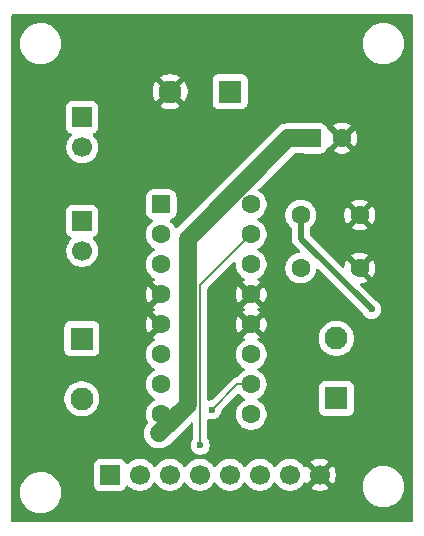
<source format=gbr>
%TF.GenerationSoftware,KiCad,Pcbnew,9.0.4*%
%TF.CreationDate,2025-11-08T17:36:02+05:30*%
%TF.ProjectId,MOTOR_DRIVER,4d4f544f-525f-4445-9249-5645522e6b69,rev?*%
%TF.SameCoordinates,Original*%
%TF.FileFunction,Copper,L2,Bot*%
%TF.FilePolarity,Positive*%
%FSLAX46Y46*%
G04 Gerber Fmt 4.6, Leading zero omitted, Abs format (unit mm)*
G04 Created by KiCad (PCBNEW 9.0.4) date 2025-11-08 17:36:02*
%MOMM*%
%LPD*%
G01*
G04 APERTURE LIST*
G04 Aperture macros list*
%AMRoundRect*
0 Rectangle with rounded corners*
0 $1 Rounding radius*
0 $2 $3 $4 $5 $6 $7 $8 $9 X,Y pos of 4 corners*
0 Add a 4 corners polygon primitive as box body*
4,1,4,$2,$3,$4,$5,$6,$7,$8,$9,$2,$3,0*
0 Add four circle primitives for the rounded corners*
1,1,$1+$1,$2,$3*
1,1,$1+$1,$4,$5*
1,1,$1+$1,$6,$7*
1,1,$1+$1,$8,$9*
0 Add four rect primitives between the rounded corners*
20,1,$1+$1,$2,$3,$4,$5,0*
20,1,$1+$1,$4,$5,$6,$7,0*
20,1,$1+$1,$6,$7,$8,$9,0*
20,1,$1+$1,$8,$9,$2,$3,0*%
G04 Aperture macros list end*
%TA.AperFunction,ComponentPad*%
%ADD10R,1.950000X1.950000*%
%TD*%
%TA.AperFunction,ComponentPad*%
%ADD11C,1.950000*%
%TD*%
%TA.AperFunction,ComponentPad*%
%ADD12C,1.600000*%
%TD*%
%TA.AperFunction,ComponentPad*%
%ADD13R,1.700000X1.700000*%
%TD*%
%TA.AperFunction,ComponentPad*%
%ADD14C,1.700000*%
%TD*%
%TA.AperFunction,ComponentPad*%
%ADD15RoundRect,0.250000X-0.550000X-0.550000X0.550000X-0.550000X0.550000X0.550000X-0.550000X0.550000X0*%
%TD*%
%TA.AperFunction,ViaPad*%
%ADD16C,0.600000*%
%TD*%
%TA.AperFunction,Conductor*%
%ADD17C,0.508000*%
%TD*%
%TA.AperFunction,Conductor*%
%ADD18C,1.524000*%
%TD*%
%TA.AperFunction,Conductor*%
%ADD19C,0.200000*%
%TD*%
G04 APERTURE END LIST*
D10*
%TO.P,J2,1,Pin_1*%
%TO.N,/+V*%
X159027500Y-79050000D03*
D11*
%TO.P,J2,2,Pin_2*%
%TO.N,GND*%
X153947500Y-79050000D03*
%TD*%
D12*
%TO.P,C1,1*%
%TO.N,VCC*%
X165000000Y-89500000D03*
%TO.P,C1,2*%
%TO.N,GND*%
X170000000Y-89500000D03*
%TD*%
D13*
%TO.P,J3,1,Pin_1*%
%TO.N,/EN1*%
X146500000Y-90000000D03*
D14*
%TO.P,J3,2,Pin_2*%
%TO.N,VCC*%
X146500000Y-92540000D03*
%TD*%
D15*
%TO.P,U1,1,EN1\u002C2*%
%TO.N,/EN1*%
X153195000Y-88610000D03*
D12*
%TO.P,U1,2,1A*%
%TO.N,/IN1*%
X153195000Y-91150000D03*
%TO.P,U1,3,1Y*%
%TO.N,/OUT1*%
X153195000Y-93690000D03*
%TO.P,U1,4,GND*%
%TO.N,GND*%
X153195000Y-96230000D03*
%TO.P,U1,5,GND*%
X153195000Y-98770000D03*
%TO.P,U1,6,2Y*%
%TO.N,/OUT2*%
X153195000Y-101310000D03*
%TO.P,U1,7,2A*%
%TO.N,/IN2*%
X153195000Y-103850000D03*
%TO.P,U1,8,VCC2*%
%TO.N,/+V*%
X153195000Y-106390000D03*
%TO.P,U1,9,EN3\u002C4*%
%TO.N,/EN2*%
X160815000Y-106390000D03*
%TO.P,U1,10,3A*%
%TO.N,/IN3*%
X160815000Y-103850000D03*
%TO.P,U1,11,3Y*%
%TO.N,/OUT3*%
X160815000Y-101310000D03*
%TO.P,U1,12,GND*%
%TO.N,GND*%
X160815000Y-98770000D03*
%TO.P,U1,13,GND*%
X160815000Y-96230000D03*
%TO.P,U1,14,4Y*%
%TO.N,/OUT4*%
X160815000Y-93690000D03*
%TO.P,U1,15,4A*%
%TO.N,/IN4*%
X160815000Y-91150000D03*
%TO.P,U1,16,VCC1*%
%TO.N,VCC*%
X160815000Y-88610000D03*
%TD*%
D15*
%TO.P,C2,1*%
%TO.N,/+V*%
X166000000Y-83000000D03*
D12*
%TO.P,C2,2*%
%TO.N,GND*%
X168500000Y-83000000D03*
%TD*%
D13*
%TO.P,J1,1,Pin_1*%
%TO.N,/IN1*%
X148840000Y-111500000D03*
D14*
%TO.P,J1,2,Pin_2*%
%TO.N,/IN2*%
X151380000Y-111500000D03*
%TO.P,J1,3,Pin_3*%
%TO.N,/IN3*%
X153920000Y-111500000D03*
%TO.P,J1,4,Pin_4*%
%TO.N,/IN4*%
X156460000Y-111500000D03*
%TO.P,J1,5,Pin_5*%
%TO.N,/EN1*%
X159000000Y-111500000D03*
%TO.P,J1,6,Pin_6*%
%TO.N,/EN2*%
X161540000Y-111500000D03*
%TO.P,J1,7,Pin_7*%
%TO.N,VCC*%
X164080000Y-111500000D03*
%TO.P,J1,8,Pin_8*%
%TO.N,GND*%
X166620000Y-111500000D03*
%TD*%
D12*
%TO.P,C3,1*%
%TO.N,/+V*%
X165000000Y-94000000D03*
%TO.P,C3,2*%
%TO.N,GND*%
X170000000Y-94000000D03*
%TD*%
D10*
%TO.P,J6,1,Pin_1*%
%TO.N,/OUT3*%
X168025000Y-105027500D03*
D11*
%TO.P,J6,2,Pin_2*%
%TO.N,/OUT4*%
X168025000Y-99947500D03*
%TD*%
D13*
%TO.P,J4,1,Pin_1*%
%TO.N,/EN2*%
X146500000Y-81225000D03*
D14*
%TO.P,J4,2,Pin_2*%
%TO.N,VCC*%
X146500000Y-83765000D03*
%TD*%
D10*
%TO.P,J5,1,Pin_1*%
%TO.N,/OUT1*%
X146475000Y-99972500D03*
D11*
%TO.P,J5,2,Pin_2*%
%TO.N,/OUT2*%
X146475000Y-105052500D03*
%TD*%
D16*
%TO.N,VCC*%
X171000000Y-97500000D03*
%TO.N,GND*%
X154500000Y-81500000D03*
%TO.N,/+V*%
X153000000Y-108000000D03*
%TO.N,/IN4*%
X156500000Y-109000000D03*
%TO.N,/IN3*%
X157500000Y-106000000D03*
%TD*%
D17*
%TO.N,VCC*%
X165000000Y-91500000D02*
X165000000Y-89500000D01*
X171000000Y-97500000D02*
X165000000Y-91500000D01*
%TO.N,GND*%
X150500000Y-93535000D02*
X153195000Y-96230000D01*
X154500000Y-81500000D02*
X150500000Y-85500000D01*
X150500000Y-85500000D02*
X150500000Y-93535000D01*
D18*
%TO.N,/+V*%
X163931741Y-83000000D02*
X166000000Y-83000000D01*
X155437000Y-91494741D02*
X163931741Y-83000000D01*
X155437000Y-105563000D02*
X155437000Y-91494741D01*
X153000000Y-108000000D02*
X155437000Y-105563000D01*
D19*
%TO.N,/IN4*%
X156500000Y-109000000D02*
X156500000Y-95465000D01*
X156500000Y-95465000D02*
X160815000Y-91150000D01*
%TO.N,/IN3*%
X157500000Y-106000000D02*
X159650000Y-103850000D01*
X159650000Y-103850000D02*
X160815000Y-103850000D01*
%TD*%
%TA.AperFunction,Conductor*%
%TO.N,GND*%
G36*
X159433834Y-93482915D02*
G01*
X159489767Y-93524787D01*
X159514184Y-93590251D01*
X159514500Y-93599097D01*
X159514500Y-93792351D01*
X159546522Y-93994534D01*
X159609781Y-94189223D01*
X159702715Y-94371613D01*
X159823028Y-94537213D01*
X159967786Y-94681971D01*
X160133385Y-94802284D01*
X160133387Y-94802285D01*
X160133390Y-94802287D01*
X160221574Y-94847219D01*
X160226630Y-94849795D01*
X160277426Y-94897770D01*
X160294221Y-94965591D01*
X160271684Y-95031725D01*
X160226630Y-95070765D01*
X160133644Y-95118143D01*
X160089077Y-95150523D01*
X160089077Y-95150524D01*
X160768554Y-95830000D01*
X160762339Y-95830000D01*
X160660606Y-95857259D01*
X160569394Y-95909920D01*
X160494920Y-95984394D01*
X160442259Y-96075606D01*
X160415000Y-96177339D01*
X160415000Y-96183553D01*
X159735524Y-95504077D01*
X159735523Y-95504077D01*
X159703143Y-95548644D01*
X159610244Y-95730968D01*
X159547009Y-95925582D01*
X159515000Y-96127682D01*
X159515000Y-96332317D01*
X159547009Y-96534417D01*
X159610244Y-96729031D01*
X159703141Y-96911350D01*
X159703147Y-96911359D01*
X159735523Y-96955921D01*
X159735524Y-96955922D01*
X160415000Y-96276446D01*
X160415000Y-96282661D01*
X160442259Y-96384394D01*
X160494920Y-96475606D01*
X160569394Y-96550080D01*
X160660606Y-96602741D01*
X160762339Y-96630000D01*
X160768553Y-96630000D01*
X160089076Y-97309474D01*
X160133650Y-97341859D01*
X160227180Y-97389515D01*
X160277976Y-97437489D01*
X160294771Y-97505310D01*
X160272234Y-97571445D01*
X160227180Y-97610485D01*
X160133644Y-97658143D01*
X160089077Y-97690523D01*
X160089077Y-97690524D01*
X160768554Y-98370000D01*
X160762339Y-98370000D01*
X160660606Y-98397259D01*
X160569394Y-98449920D01*
X160494920Y-98524394D01*
X160442259Y-98615606D01*
X160415000Y-98717339D01*
X160415000Y-98723553D01*
X159735524Y-98044077D01*
X159735523Y-98044077D01*
X159703143Y-98088644D01*
X159610244Y-98270968D01*
X159547009Y-98465582D01*
X159515000Y-98667682D01*
X159515000Y-98872317D01*
X159547009Y-99074417D01*
X159610244Y-99269031D01*
X159703141Y-99451350D01*
X159703147Y-99451359D01*
X159735523Y-99495921D01*
X159735524Y-99495922D01*
X160415000Y-98816446D01*
X160415000Y-98822661D01*
X160442259Y-98924394D01*
X160494920Y-99015606D01*
X160569394Y-99090080D01*
X160660606Y-99142741D01*
X160762339Y-99170000D01*
X160768553Y-99170000D01*
X160089076Y-99849474D01*
X160133652Y-99881861D01*
X160226628Y-99929234D01*
X160277425Y-99977208D01*
X160294220Y-100045029D01*
X160271683Y-100111164D01*
X160226630Y-100150203D01*
X160133388Y-100197713D01*
X159967786Y-100318028D01*
X159823028Y-100462786D01*
X159702715Y-100628386D01*
X159609781Y-100810776D01*
X159546522Y-101005465D01*
X159514500Y-101207648D01*
X159514500Y-101412351D01*
X159546522Y-101614534D01*
X159609781Y-101809223D01*
X159702715Y-101991613D01*
X159823028Y-102157213D01*
X159967786Y-102301971D01*
X160122749Y-102414556D01*
X160133390Y-102422287D01*
X160224840Y-102468883D01*
X160226080Y-102469515D01*
X160276876Y-102517490D01*
X160293671Y-102585311D01*
X160271134Y-102651446D01*
X160226080Y-102690485D01*
X160133386Y-102737715D01*
X159967786Y-102858028D01*
X159823028Y-103002786D01*
X159702715Y-103168385D01*
X159695883Y-103181795D01*
X159647909Y-103232591D01*
X159585398Y-103249500D01*
X159570943Y-103249500D01*
X159418215Y-103290423D01*
X159418214Y-103290423D01*
X159418212Y-103290424D01*
X159418209Y-103290425D01*
X159368096Y-103319359D01*
X159368095Y-103319360D01*
X159324689Y-103344420D01*
X159281285Y-103369479D01*
X159281282Y-103369481D01*
X157485339Y-105165425D01*
X157469111Y-105174285D01*
X157455897Y-105187216D01*
X157425714Y-105197982D01*
X157424016Y-105198910D01*
X157422696Y-105199190D01*
X157421192Y-105199500D01*
X157421158Y-105199500D01*
X157266503Y-105230263D01*
X157261074Y-105232511D01*
X157249538Y-105234890D01*
X157225772Y-105232930D01*
X157202056Y-105235396D01*
X157191591Y-105230111D01*
X157179905Y-105229148D01*
X157160969Y-105214648D01*
X157139687Y-105203902D01*
X157133740Y-105193799D01*
X157124430Y-105186670D01*
X157116340Y-105164237D01*
X157104245Y-105143689D01*
X157101795Y-105123906D01*
X157100727Y-105120944D01*
X157101182Y-105118955D01*
X157100500Y-105113444D01*
X157100500Y-95765097D01*
X157120185Y-95698058D01*
X157136819Y-95677416D01*
X159302819Y-93511416D01*
X159364142Y-93477931D01*
X159433834Y-93482915D01*
G37*
%TD.AperFunction*%
%TA.AperFunction,Conductor*%
G36*
X174442539Y-72520185D02*
G01*
X174488294Y-72572989D01*
X174499500Y-72624500D01*
X174499500Y-115375500D01*
X174479815Y-115442539D01*
X174427011Y-115488294D01*
X174375500Y-115499500D01*
X140624500Y-115499500D01*
X140557461Y-115479815D01*
X140511706Y-115427011D01*
X140500500Y-115375500D01*
X140500500Y-112885258D01*
X141249500Y-112885258D01*
X141249500Y-113114741D01*
X141270715Y-113275876D01*
X141279452Y-113342238D01*
X141338842Y-113563887D01*
X141426650Y-113775876D01*
X141426657Y-113775890D01*
X141541392Y-113974617D01*
X141681081Y-114156661D01*
X141681089Y-114156670D01*
X141843330Y-114318911D01*
X141843338Y-114318918D01*
X142025382Y-114458607D01*
X142025385Y-114458608D01*
X142025388Y-114458611D01*
X142224112Y-114573344D01*
X142224117Y-114573346D01*
X142224123Y-114573349D01*
X142315480Y-114611190D01*
X142436113Y-114661158D01*
X142657762Y-114720548D01*
X142885266Y-114750500D01*
X142885273Y-114750500D01*
X143114727Y-114750500D01*
X143114734Y-114750500D01*
X143342238Y-114720548D01*
X143563887Y-114661158D01*
X143775888Y-114573344D01*
X143974612Y-114458611D01*
X144156661Y-114318919D01*
X144156665Y-114318914D01*
X144156670Y-114318911D01*
X144318911Y-114156670D01*
X144318914Y-114156665D01*
X144318919Y-114156661D01*
X144458611Y-113974612D01*
X144573344Y-113775888D01*
X144661158Y-113563887D01*
X144720548Y-113342238D01*
X144750500Y-113114734D01*
X144750500Y-112885266D01*
X144720548Y-112657762D01*
X144661158Y-112436113D01*
X144573344Y-112224112D01*
X144458611Y-112025388D01*
X144458608Y-112025385D01*
X144458607Y-112025382D01*
X144318918Y-111843338D01*
X144318911Y-111843330D01*
X144156670Y-111681089D01*
X144156661Y-111681081D01*
X143974617Y-111541392D01*
X143775890Y-111426657D01*
X143775876Y-111426650D01*
X143563887Y-111338842D01*
X143342238Y-111279452D01*
X143304215Y-111274446D01*
X143114741Y-111249500D01*
X143114734Y-111249500D01*
X142885266Y-111249500D01*
X142885258Y-111249500D01*
X142668715Y-111278009D01*
X142657762Y-111279452D01*
X142564076Y-111304554D01*
X142436112Y-111338842D01*
X142224123Y-111426650D01*
X142224109Y-111426657D01*
X142025382Y-111541392D01*
X141843338Y-111681081D01*
X141681081Y-111843338D01*
X141541392Y-112025382D01*
X141426657Y-112224109D01*
X141426650Y-112224123D01*
X141354680Y-112397876D01*
X141338842Y-112436113D01*
X141280179Y-112655051D01*
X141279453Y-112657759D01*
X141279451Y-112657770D01*
X141249500Y-112885258D01*
X140500500Y-112885258D01*
X140500500Y-110602135D01*
X147489500Y-110602135D01*
X147489500Y-112397870D01*
X147489501Y-112397876D01*
X147495908Y-112457483D01*
X147546202Y-112592328D01*
X147546206Y-112592335D01*
X147632452Y-112707544D01*
X147632455Y-112707547D01*
X147747664Y-112793793D01*
X147747671Y-112793797D01*
X147882517Y-112844091D01*
X147882516Y-112844091D01*
X147889444Y-112844835D01*
X147942127Y-112850500D01*
X149737872Y-112850499D01*
X149797483Y-112844091D01*
X149932331Y-112793796D01*
X150047546Y-112707546D01*
X150133796Y-112592331D01*
X150182810Y-112460916D01*
X150224681Y-112404984D01*
X150290145Y-112380566D01*
X150358418Y-112395417D01*
X150386673Y-112416569D01*
X150500213Y-112530109D01*
X150672179Y-112655048D01*
X150672181Y-112655049D01*
X150672184Y-112655051D01*
X150861588Y-112751557D01*
X151063757Y-112817246D01*
X151273713Y-112850500D01*
X151273714Y-112850500D01*
X151486286Y-112850500D01*
X151486287Y-112850500D01*
X151696243Y-112817246D01*
X151898412Y-112751557D01*
X152087816Y-112655051D01*
X152142572Y-112615269D01*
X152259786Y-112530109D01*
X152259788Y-112530106D01*
X152259792Y-112530104D01*
X152410104Y-112379792D01*
X152410106Y-112379788D01*
X152410109Y-112379786D01*
X152535048Y-112207820D01*
X152535047Y-112207820D01*
X152535051Y-112207816D01*
X152539514Y-112199054D01*
X152587488Y-112148259D01*
X152655308Y-112131463D01*
X152721444Y-112153999D01*
X152760486Y-112199056D01*
X152764951Y-112207820D01*
X152889890Y-112379786D01*
X153040213Y-112530109D01*
X153212179Y-112655048D01*
X153212181Y-112655049D01*
X153212184Y-112655051D01*
X153401588Y-112751557D01*
X153603757Y-112817246D01*
X153813713Y-112850500D01*
X153813714Y-112850500D01*
X154026286Y-112850500D01*
X154026287Y-112850500D01*
X154236243Y-112817246D01*
X154438412Y-112751557D01*
X154627816Y-112655051D01*
X154682572Y-112615269D01*
X154799786Y-112530109D01*
X154799788Y-112530106D01*
X154799792Y-112530104D01*
X154950104Y-112379792D01*
X154950106Y-112379788D01*
X154950109Y-112379786D01*
X155075048Y-112207820D01*
X155075047Y-112207820D01*
X155075051Y-112207816D01*
X155079514Y-112199054D01*
X155127488Y-112148259D01*
X155195308Y-112131463D01*
X155261444Y-112153999D01*
X155300486Y-112199056D01*
X155304951Y-112207820D01*
X155429890Y-112379786D01*
X155580213Y-112530109D01*
X155752179Y-112655048D01*
X155752181Y-112655049D01*
X155752184Y-112655051D01*
X155941588Y-112751557D01*
X156143757Y-112817246D01*
X156353713Y-112850500D01*
X156353714Y-112850500D01*
X156566286Y-112850500D01*
X156566287Y-112850500D01*
X156776243Y-112817246D01*
X156978412Y-112751557D01*
X157167816Y-112655051D01*
X157222572Y-112615269D01*
X157339786Y-112530109D01*
X157339788Y-112530106D01*
X157339792Y-112530104D01*
X157490104Y-112379792D01*
X157490106Y-112379788D01*
X157490109Y-112379786D01*
X157615048Y-112207820D01*
X157615047Y-112207820D01*
X157615051Y-112207816D01*
X157619514Y-112199054D01*
X157667488Y-112148259D01*
X157735308Y-112131463D01*
X157801444Y-112153999D01*
X157840486Y-112199056D01*
X157844951Y-112207820D01*
X157969890Y-112379786D01*
X158120213Y-112530109D01*
X158292179Y-112655048D01*
X158292181Y-112655049D01*
X158292184Y-112655051D01*
X158481588Y-112751557D01*
X158683757Y-112817246D01*
X158893713Y-112850500D01*
X158893714Y-112850500D01*
X159106286Y-112850500D01*
X159106287Y-112850500D01*
X159316243Y-112817246D01*
X159518412Y-112751557D01*
X159707816Y-112655051D01*
X159762572Y-112615269D01*
X159879786Y-112530109D01*
X159879788Y-112530106D01*
X159879792Y-112530104D01*
X160030104Y-112379792D01*
X160030106Y-112379788D01*
X160030109Y-112379786D01*
X160155048Y-112207820D01*
X160155047Y-112207820D01*
X160155051Y-112207816D01*
X160159514Y-112199054D01*
X160207488Y-112148259D01*
X160275308Y-112131463D01*
X160341444Y-112153999D01*
X160380486Y-112199056D01*
X160384951Y-112207820D01*
X160509890Y-112379786D01*
X160660213Y-112530109D01*
X160832179Y-112655048D01*
X160832181Y-112655049D01*
X160832184Y-112655051D01*
X161021588Y-112751557D01*
X161223757Y-112817246D01*
X161433713Y-112850500D01*
X161433714Y-112850500D01*
X161646286Y-112850500D01*
X161646287Y-112850500D01*
X161856243Y-112817246D01*
X162058412Y-112751557D01*
X162247816Y-112655051D01*
X162302572Y-112615269D01*
X162419786Y-112530109D01*
X162419788Y-112530106D01*
X162419792Y-112530104D01*
X162570104Y-112379792D01*
X162570106Y-112379788D01*
X162570109Y-112379786D01*
X162695048Y-112207820D01*
X162695047Y-112207820D01*
X162695051Y-112207816D01*
X162699514Y-112199054D01*
X162747488Y-112148259D01*
X162815308Y-112131463D01*
X162881444Y-112153999D01*
X162920486Y-112199056D01*
X162924951Y-112207820D01*
X163049890Y-112379786D01*
X163200213Y-112530109D01*
X163372179Y-112655048D01*
X163372181Y-112655049D01*
X163372184Y-112655051D01*
X163561588Y-112751557D01*
X163763757Y-112817246D01*
X163973713Y-112850500D01*
X163973714Y-112850500D01*
X164186286Y-112850500D01*
X164186287Y-112850500D01*
X164396243Y-112817246D01*
X164598412Y-112751557D01*
X164787816Y-112655051D01*
X164842572Y-112615269D01*
X164959786Y-112530109D01*
X164959788Y-112530106D01*
X164959792Y-112530104D01*
X165110104Y-112379792D01*
X165110106Y-112379788D01*
X165110109Y-112379786D01*
X165195890Y-112261717D01*
X165235051Y-112207816D01*
X165239793Y-112198508D01*
X165287763Y-112147711D01*
X165355583Y-112130911D01*
X165421719Y-112153445D01*
X165460763Y-112198500D01*
X165465373Y-112207547D01*
X165504728Y-112261716D01*
X166137037Y-111629408D01*
X166154075Y-111692993D01*
X166219901Y-111807007D01*
X166312993Y-111900099D01*
X166427007Y-111965925D01*
X166490590Y-111982962D01*
X165858282Y-112615269D01*
X165858282Y-112615270D01*
X165912449Y-112654624D01*
X166101782Y-112751095D01*
X166303870Y-112816757D01*
X166513754Y-112850000D01*
X166726246Y-112850000D01*
X166936127Y-112816757D01*
X166936130Y-112816757D01*
X167138217Y-112751095D01*
X167327554Y-112654622D01*
X167381716Y-112615270D01*
X167381717Y-112615270D01*
X167151705Y-112385258D01*
X170249500Y-112385258D01*
X170249500Y-112614741D01*
X170274446Y-112804215D01*
X170279452Y-112842238D01*
X170290983Y-112885272D01*
X170338842Y-113063887D01*
X170426650Y-113275876D01*
X170426657Y-113275890D01*
X170541392Y-113474617D01*
X170681081Y-113656661D01*
X170681089Y-113656670D01*
X170843330Y-113818911D01*
X170843338Y-113818918D01*
X171025382Y-113958607D01*
X171025385Y-113958608D01*
X171025388Y-113958611D01*
X171224112Y-114073344D01*
X171224117Y-114073346D01*
X171224123Y-114073349D01*
X171315480Y-114111190D01*
X171436113Y-114161158D01*
X171657762Y-114220548D01*
X171885266Y-114250500D01*
X171885273Y-114250500D01*
X172114727Y-114250500D01*
X172114734Y-114250500D01*
X172342238Y-114220548D01*
X172563887Y-114161158D01*
X172775888Y-114073344D01*
X172974612Y-113958611D01*
X173156661Y-113818919D01*
X173156665Y-113818914D01*
X173156670Y-113818911D01*
X173318911Y-113656670D01*
X173318914Y-113656665D01*
X173318919Y-113656661D01*
X173458611Y-113474612D01*
X173573344Y-113275888D01*
X173661158Y-113063887D01*
X173720548Y-112842238D01*
X173750500Y-112614734D01*
X173750500Y-112385266D01*
X173720548Y-112157762D01*
X173661158Y-111936113D01*
X173573344Y-111724112D01*
X173458611Y-111525388D01*
X173458608Y-111525385D01*
X173458607Y-111525382D01*
X173318918Y-111343338D01*
X173318911Y-111343330D01*
X173156670Y-111181089D01*
X173156661Y-111181081D01*
X172974617Y-111041392D01*
X172969346Y-111038349D01*
X172775888Y-110926656D01*
X172775876Y-110926650D01*
X172563887Y-110838842D01*
X172342238Y-110779452D01*
X172304215Y-110774446D01*
X172114741Y-110749500D01*
X172114734Y-110749500D01*
X171885266Y-110749500D01*
X171885258Y-110749500D01*
X171668715Y-110778009D01*
X171657762Y-110779452D01*
X171609256Y-110792449D01*
X171436112Y-110838842D01*
X171224123Y-110926650D01*
X171224109Y-110926657D01*
X171025382Y-111041392D01*
X170843338Y-111181081D01*
X170681081Y-111343338D01*
X170541392Y-111525382D01*
X170426657Y-111724109D01*
X170426650Y-111724123D01*
X170338842Y-111936112D01*
X170279453Y-112157759D01*
X170279451Y-112157770D01*
X170249500Y-112385258D01*
X167151705Y-112385258D01*
X166749408Y-111982962D01*
X166812993Y-111965925D01*
X166927007Y-111900099D01*
X167020099Y-111807007D01*
X167085925Y-111692993D01*
X167102962Y-111629408D01*
X167735270Y-112261717D01*
X167735270Y-112261716D01*
X167774622Y-112207554D01*
X167871095Y-112018217D01*
X167936757Y-111816130D01*
X167936757Y-111816127D01*
X167970000Y-111606246D01*
X167970000Y-111393753D01*
X167936757Y-111183872D01*
X167936757Y-111183869D01*
X167871095Y-110981782D01*
X167774624Y-110792449D01*
X167735270Y-110738282D01*
X167735269Y-110738282D01*
X167102962Y-111370590D01*
X167085925Y-111307007D01*
X167020099Y-111192993D01*
X166927007Y-111099901D01*
X166812993Y-111034075D01*
X166749409Y-111017037D01*
X167381716Y-110384728D01*
X167327550Y-110345375D01*
X167138217Y-110248904D01*
X166936129Y-110183242D01*
X166726246Y-110150000D01*
X166513754Y-110150000D01*
X166303872Y-110183242D01*
X166303869Y-110183242D01*
X166101782Y-110248904D01*
X165912439Y-110345380D01*
X165858282Y-110384727D01*
X165858282Y-110384728D01*
X166490591Y-111017037D01*
X166427007Y-111034075D01*
X166312993Y-111099901D01*
X166219901Y-111192993D01*
X166154075Y-111307007D01*
X166137037Y-111370591D01*
X165504728Y-110738282D01*
X165504727Y-110738282D01*
X165465380Y-110792440D01*
X165465376Y-110792446D01*
X165460760Y-110801505D01*
X165412781Y-110852297D01*
X165344959Y-110869087D01*
X165278826Y-110846543D01*
X165239794Y-110801493D01*
X165235051Y-110792184D01*
X165235049Y-110792181D01*
X165235048Y-110792179D01*
X165110109Y-110620213D01*
X164959786Y-110469890D01*
X164787820Y-110344951D01*
X164598414Y-110248444D01*
X164598413Y-110248443D01*
X164598412Y-110248443D01*
X164396243Y-110182754D01*
X164396241Y-110182753D01*
X164396240Y-110182753D01*
X164234957Y-110157208D01*
X164186287Y-110149500D01*
X163973713Y-110149500D01*
X163925042Y-110157208D01*
X163763760Y-110182753D01*
X163561585Y-110248444D01*
X163372179Y-110344951D01*
X163200213Y-110469890D01*
X163049890Y-110620213D01*
X162924949Y-110792182D01*
X162920484Y-110800946D01*
X162872509Y-110851742D01*
X162804688Y-110868536D01*
X162738553Y-110845998D01*
X162699516Y-110800946D01*
X162695050Y-110792182D01*
X162570109Y-110620213D01*
X162419786Y-110469890D01*
X162247820Y-110344951D01*
X162058414Y-110248444D01*
X162058413Y-110248443D01*
X162058412Y-110248443D01*
X161856243Y-110182754D01*
X161856241Y-110182753D01*
X161856240Y-110182753D01*
X161694957Y-110157208D01*
X161646287Y-110149500D01*
X161433713Y-110149500D01*
X161385042Y-110157208D01*
X161223760Y-110182753D01*
X161021585Y-110248444D01*
X160832179Y-110344951D01*
X160660213Y-110469890D01*
X160509890Y-110620213D01*
X160384949Y-110792182D01*
X160380484Y-110800946D01*
X160332509Y-110851742D01*
X160264688Y-110868536D01*
X160198553Y-110845998D01*
X160159516Y-110800946D01*
X160155050Y-110792182D01*
X160030109Y-110620213D01*
X159879786Y-110469890D01*
X159707820Y-110344951D01*
X159518414Y-110248444D01*
X159518413Y-110248443D01*
X159518412Y-110248443D01*
X159316243Y-110182754D01*
X159316241Y-110182753D01*
X159316240Y-110182753D01*
X159154957Y-110157208D01*
X159106287Y-110149500D01*
X158893713Y-110149500D01*
X158845042Y-110157208D01*
X158683760Y-110182753D01*
X158481585Y-110248444D01*
X158292179Y-110344951D01*
X158120213Y-110469890D01*
X157969890Y-110620213D01*
X157844949Y-110792182D01*
X157840484Y-110800946D01*
X157792509Y-110851742D01*
X157724688Y-110868536D01*
X157658553Y-110845998D01*
X157619516Y-110800946D01*
X157615050Y-110792182D01*
X157490109Y-110620213D01*
X157339786Y-110469890D01*
X157167820Y-110344951D01*
X156978414Y-110248444D01*
X156978413Y-110248443D01*
X156978412Y-110248443D01*
X156776243Y-110182754D01*
X156776241Y-110182753D01*
X156776240Y-110182753D01*
X156614957Y-110157208D01*
X156566287Y-110149500D01*
X156353713Y-110149500D01*
X156305042Y-110157208D01*
X156143760Y-110182753D01*
X155941585Y-110248444D01*
X155752179Y-110344951D01*
X155580213Y-110469890D01*
X155429890Y-110620213D01*
X155304949Y-110792182D01*
X155300484Y-110800946D01*
X155252509Y-110851742D01*
X155184688Y-110868536D01*
X155118553Y-110845998D01*
X155079516Y-110800946D01*
X155075050Y-110792182D01*
X154950109Y-110620213D01*
X154799786Y-110469890D01*
X154627820Y-110344951D01*
X154438414Y-110248444D01*
X154438413Y-110248443D01*
X154438412Y-110248443D01*
X154236243Y-110182754D01*
X154236241Y-110182753D01*
X154236240Y-110182753D01*
X154074957Y-110157208D01*
X154026287Y-110149500D01*
X153813713Y-110149500D01*
X153765042Y-110157208D01*
X153603760Y-110182753D01*
X153401585Y-110248444D01*
X153212179Y-110344951D01*
X153040213Y-110469890D01*
X152889890Y-110620213D01*
X152764949Y-110792182D01*
X152760484Y-110800946D01*
X152712509Y-110851742D01*
X152644688Y-110868536D01*
X152578553Y-110845998D01*
X152539516Y-110800946D01*
X152535050Y-110792182D01*
X152410109Y-110620213D01*
X152259786Y-110469890D01*
X152087820Y-110344951D01*
X151898414Y-110248444D01*
X151898413Y-110248443D01*
X151898412Y-110248443D01*
X151696243Y-110182754D01*
X151696241Y-110182753D01*
X151696240Y-110182753D01*
X151534957Y-110157208D01*
X151486287Y-110149500D01*
X151273713Y-110149500D01*
X151225042Y-110157208D01*
X151063760Y-110182753D01*
X150861585Y-110248444D01*
X150672179Y-110344951D01*
X150500215Y-110469889D01*
X150386673Y-110583431D01*
X150325350Y-110616915D01*
X150255658Y-110611931D01*
X150199725Y-110570059D01*
X150182810Y-110539082D01*
X150133797Y-110407671D01*
X150133793Y-110407664D01*
X150047547Y-110292455D01*
X150047544Y-110292452D01*
X149932335Y-110206206D01*
X149932328Y-110206202D01*
X149797482Y-110155908D01*
X149797483Y-110155908D01*
X149737883Y-110149501D01*
X149737881Y-110149500D01*
X149737873Y-110149500D01*
X149737864Y-110149500D01*
X147942129Y-110149500D01*
X147942123Y-110149501D01*
X147882516Y-110155908D01*
X147747671Y-110206202D01*
X147747664Y-110206206D01*
X147632455Y-110292452D01*
X147632452Y-110292455D01*
X147546206Y-110407664D01*
X147546202Y-110407671D01*
X147495908Y-110542517D01*
X147489501Y-110602116D01*
X147489500Y-110602135D01*
X140500500Y-110602135D01*
X140500500Y-107900639D01*
X151737500Y-107900639D01*
X151737500Y-108099360D01*
X151768587Y-108295637D01*
X151829993Y-108484629D01*
X151829994Y-108484632D01*
X151899387Y-108620821D01*
X151920213Y-108661694D01*
X152037019Y-108822463D01*
X152177537Y-108962981D01*
X152338306Y-109079787D01*
X152425149Y-109124035D01*
X152515367Y-109170005D01*
X152515370Y-109170006D01*
X152609866Y-109200709D01*
X152704364Y-109231413D01*
X152900639Y-109262500D01*
X152900640Y-109262500D01*
X153099360Y-109262500D01*
X153099361Y-109262500D01*
X153295636Y-109231413D01*
X153484632Y-109170005D01*
X153661694Y-109079787D01*
X153822463Y-108962981D01*
X155687819Y-107097625D01*
X155749142Y-107064140D01*
X155818834Y-107069124D01*
X155874767Y-107110996D01*
X155899184Y-107176460D01*
X155899500Y-107185306D01*
X155899500Y-108420234D01*
X155879815Y-108487273D01*
X155878602Y-108489125D01*
X155790609Y-108620814D01*
X155790602Y-108620827D01*
X155730264Y-108766498D01*
X155730261Y-108766510D01*
X155699500Y-108921153D01*
X155699500Y-109078846D01*
X155730261Y-109233489D01*
X155730264Y-109233501D01*
X155790602Y-109379172D01*
X155790609Y-109379185D01*
X155878210Y-109510288D01*
X155878213Y-109510292D01*
X155989707Y-109621786D01*
X155989711Y-109621789D01*
X156120814Y-109709390D01*
X156120827Y-109709397D01*
X156266498Y-109769735D01*
X156266503Y-109769737D01*
X156421153Y-109800499D01*
X156421156Y-109800500D01*
X156421158Y-109800500D01*
X156578844Y-109800500D01*
X156578845Y-109800499D01*
X156733497Y-109769737D01*
X156879179Y-109709394D01*
X157010289Y-109621789D01*
X157121789Y-109510289D01*
X157209394Y-109379179D01*
X157269737Y-109233497D01*
X157300500Y-109078842D01*
X157300500Y-108921158D01*
X157300500Y-108921155D01*
X157300499Y-108921153D01*
X157269737Y-108766503D01*
X157226324Y-108661694D01*
X157209397Y-108620827D01*
X157209390Y-108620814D01*
X157121398Y-108489125D01*
X157100520Y-108422447D01*
X157100500Y-108420234D01*
X157100500Y-106886555D01*
X157120185Y-106819516D01*
X157172989Y-106773761D01*
X157242147Y-106763817D01*
X157260411Y-106768840D01*
X157260676Y-106767969D01*
X157266492Y-106769732D01*
X157266503Y-106769737D01*
X157421153Y-106800499D01*
X157421156Y-106800500D01*
X157421158Y-106800500D01*
X157578844Y-106800500D01*
X157578845Y-106800499D01*
X157733497Y-106769737D01*
X157879179Y-106709394D01*
X158010289Y-106621789D01*
X158121789Y-106510289D01*
X158209394Y-106379179D01*
X158269737Y-106233497D01*
X158294306Y-106109982D01*
X158300638Y-106078150D01*
X158333023Y-106016239D01*
X158334519Y-106014715D01*
X159649845Y-104699388D01*
X159711166Y-104665905D01*
X159780858Y-104670889D01*
X159825205Y-104699390D01*
X159967786Y-104841971D01*
X160097718Y-104936370D01*
X160133390Y-104962287D01*
X160224840Y-105008883D01*
X160226080Y-105009515D01*
X160276876Y-105057490D01*
X160293671Y-105125311D01*
X160271134Y-105191446D01*
X160226080Y-105230485D01*
X160133386Y-105277715D01*
X159967786Y-105398028D01*
X159823028Y-105542786D01*
X159702715Y-105708386D01*
X159609781Y-105890776D01*
X159546522Y-106085465D01*
X159521281Y-106244835D01*
X159514500Y-106287648D01*
X159514500Y-106492352D01*
X159518878Y-106519995D01*
X159546522Y-106694534D01*
X159609781Y-106889223D01*
X159673691Y-107014653D01*
X159701446Y-107069124D01*
X159702715Y-107071613D01*
X159823028Y-107237213D01*
X159967786Y-107381971D01*
X160122749Y-107494556D01*
X160133390Y-107502287D01*
X160249607Y-107561503D01*
X160315776Y-107595218D01*
X160315778Y-107595218D01*
X160315781Y-107595220D01*
X160420137Y-107629127D01*
X160510465Y-107658477D01*
X160611557Y-107674488D01*
X160712648Y-107690500D01*
X160712649Y-107690500D01*
X160917351Y-107690500D01*
X160917352Y-107690500D01*
X161119534Y-107658477D01*
X161314219Y-107595220D01*
X161496610Y-107502287D01*
X161589590Y-107434732D01*
X161662213Y-107381971D01*
X161662215Y-107381968D01*
X161662219Y-107381966D01*
X161806966Y-107237219D01*
X161806968Y-107237215D01*
X161806971Y-107237213D01*
X161859732Y-107164590D01*
X161927287Y-107071610D01*
X162020220Y-106889219D01*
X162083477Y-106694534D01*
X162115500Y-106492352D01*
X162115500Y-106287648D01*
X162083477Y-106085466D01*
X162071542Y-106048735D01*
X162020218Y-105890776D01*
X161986503Y-105824607D01*
X161927287Y-105708390D01*
X161919556Y-105697749D01*
X161806971Y-105542786D01*
X161662213Y-105398028D01*
X161496614Y-105277715D01*
X161490006Y-105274348D01*
X161403917Y-105230483D01*
X161353123Y-105182511D01*
X161336328Y-105114690D01*
X161358865Y-105048555D01*
X161403917Y-105009516D01*
X161496610Y-104962287D01*
X161532282Y-104936370D01*
X161662213Y-104841971D01*
X161662215Y-104841968D01*
X161662219Y-104841966D01*
X161806966Y-104697219D01*
X161806968Y-104697215D01*
X161806971Y-104697213D01*
X161859732Y-104624590D01*
X161927287Y-104531610D01*
X162020220Y-104349219D01*
X162083477Y-104154534D01*
X162107219Y-104004635D01*
X166549500Y-104004635D01*
X166549500Y-106050370D01*
X166549501Y-106050376D01*
X166555908Y-106109983D01*
X166606202Y-106244828D01*
X166606206Y-106244835D01*
X166692452Y-106360044D01*
X166692455Y-106360047D01*
X166807664Y-106446293D01*
X166807671Y-106446297D01*
X166942517Y-106496591D01*
X166942516Y-106496591D01*
X166949444Y-106497335D01*
X167002127Y-106503000D01*
X169047872Y-106502999D01*
X169107483Y-106496591D01*
X169242331Y-106446296D01*
X169357546Y-106360046D01*
X169443796Y-106244831D01*
X169494091Y-106109983D01*
X169500500Y-106050373D01*
X169500499Y-104004628D01*
X169495299Y-103956257D01*
X169494091Y-103945016D01*
X169443797Y-103810171D01*
X169443793Y-103810164D01*
X169357547Y-103694955D01*
X169357544Y-103694952D01*
X169242335Y-103608706D01*
X169242328Y-103608702D01*
X169107482Y-103558408D01*
X169107483Y-103558408D01*
X169047883Y-103552001D01*
X169047881Y-103552000D01*
X169047873Y-103552000D01*
X169047864Y-103552000D01*
X167002129Y-103552000D01*
X167002123Y-103552001D01*
X166942516Y-103558408D01*
X166807671Y-103608702D01*
X166807664Y-103608706D01*
X166692455Y-103694952D01*
X166692452Y-103694955D01*
X166606206Y-103810164D01*
X166606202Y-103810171D01*
X166555908Y-103945017D01*
X166549501Y-104004616D01*
X166549501Y-104004623D01*
X166549500Y-104004635D01*
X162107219Y-104004635D01*
X162115500Y-103952352D01*
X162115500Y-103747648D01*
X162094226Y-103613331D01*
X162083477Y-103545465D01*
X162026296Y-103369481D01*
X162020220Y-103350781D01*
X162020218Y-103350778D01*
X162020218Y-103350776D01*
X161986503Y-103284607D01*
X161927287Y-103168390D01*
X161919556Y-103157749D01*
X161806971Y-103002786D01*
X161662213Y-102858028D01*
X161496614Y-102737715D01*
X161474803Y-102726602D01*
X161403917Y-102690483D01*
X161353123Y-102642511D01*
X161336328Y-102574690D01*
X161358865Y-102508555D01*
X161403917Y-102469516D01*
X161496610Y-102422287D01*
X161629932Y-102325424D01*
X161662213Y-102301971D01*
X161662215Y-102301968D01*
X161662219Y-102301966D01*
X161806966Y-102157219D01*
X161806968Y-102157215D01*
X161806971Y-102157213D01*
X161859732Y-102084590D01*
X161927287Y-101991610D01*
X162020220Y-101809219D01*
X162083477Y-101614534D01*
X162115500Y-101412352D01*
X162115500Y-101207648D01*
X162112678Y-101189828D01*
X162083477Y-101005465D01*
X162020218Y-100810776D01*
X161974388Y-100720831D01*
X161927287Y-100628390D01*
X161919556Y-100617749D01*
X161806971Y-100462786D01*
X161662213Y-100318028D01*
X161496611Y-100197713D01*
X161403369Y-100150203D01*
X161352574Y-100102229D01*
X161335779Y-100034407D01*
X161358317Y-99968273D01*
X161403371Y-99929234D01*
X161496346Y-99881861D01*
X161496347Y-99881861D01*
X161540921Y-99849474D01*
X161540921Y-99849473D01*
X161522818Y-99831370D01*
X166549500Y-99831370D01*
X166549500Y-100063629D01*
X166585831Y-100293014D01*
X166657601Y-100513900D01*
X166763039Y-100720831D01*
X166899551Y-100908724D01*
X167063776Y-101072949D01*
X167251669Y-101209461D01*
X167349436Y-101259276D01*
X167458599Y-101314898D01*
X167458601Y-101314898D01*
X167458604Y-101314900D01*
X167679486Y-101386669D01*
X167797668Y-101405386D01*
X167908871Y-101423000D01*
X167908876Y-101423000D01*
X168141129Y-101423000D01*
X168242502Y-101406943D01*
X168370514Y-101386669D01*
X168591396Y-101314900D01*
X168798331Y-101209461D01*
X168986224Y-101072949D01*
X169150449Y-100908724D01*
X169286961Y-100720831D01*
X169392400Y-100513896D01*
X169464169Y-100293014D01*
X169487607Y-100145031D01*
X169500500Y-100063629D01*
X169500500Y-99831370D01*
X169481232Y-99709722D01*
X169464169Y-99601986D01*
X169392400Y-99381104D01*
X169392398Y-99381101D01*
X169392398Y-99381099D01*
X169286960Y-99174168D01*
X169250186Y-99123553D01*
X169150449Y-98986276D01*
X168986224Y-98822051D01*
X168798331Y-98685539D01*
X168763285Y-98667682D01*
X168591400Y-98580101D01*
X168370514Y-98508331D01*
X168141129Y-98472000D01*
X168141124Y-98472000D01*
X167908876Y-98472000D01*
X167908871Y-98472000D01*
X167679485Y-98508331D01*
X167458599Y-98580101D01*
X167251668Y-98685539D01*
X167063773Y-98822053D01*
X166899553Y-98986273D01*
X166763039Y-99174168D01*
X166657601Y-99381099D01*
X166585831Y-99601985D01*
X166549500Y-99831370D01*
X161522818Y-99831370D01*
X160861447Y-99170000D01*
X160867661Y-99170000D01*
X160969394Y-99142741D01*
X161060606Y-99090080D01*
X161135080Y-99015606D01*
X161187741Y-98924394D01*
X161215000Y-98822661D01*
X161215000Y-98816447D01*
X161894474Y-99495921D01*
X161926859Y-99451349D01*
X162019755Y-99269031D01*
X162082990Y-99074417D01*
X162115000Y-98872317D01*
X162115000Y-98667682D01*
X162082990Y-98465582D01*
X162019755Y-98270968D01*
X161926859Y-98088650D01*
X161894474Y-98044077D01*
X161894474Y-98044076D01*
X161215000Y-98723551D01*
X161215000Y-98717339D01*
X161187741Y-98615606D01*
X161135080Y-98524394D01*
X161060606Y-98449920D01*
X160969394Y-98397259D01*
X160867661Y-98370000D01*
X160861446Y-98370000D01*
X161540922Y-97690524D01*
X161540921Y-97690523D01*
X161496359Y-97658147D01*
X161496350Y-97658141D01*
X161402819Y-97610485D01*
X161352023Y-97562511D01*
X161335228Y-97494690D01*
X161357765Y-97428555D01*
X161402820Y-97389515D01*
X161496346Y-97341861D01*
X161496347Y-97341861D01*
X161540921Y-97309474D01*
X160861447Y-96630000D01*
X160867661Y-96630000D01*
X160969394Y-96602741D01*
X161060606Y-96550080D01*
X161135080Y-96475606D01*
X161187741Y-96384394D01*
X161215000Y-96282661D01*
X161215000Y-96276447D01*
X161894474Y-96955921D01*
X161926859Y-96911349D01*
X162019755Y-96729031D01*
X162082990Y-96534417D01*
X162115000Y-96332317D01*
X162115000Y-96127682D01*
X162082990Y-95925582D01*
X162019755Y-95730968D01*
X161926859Y-95548650D01*
X161894474Y-95504077D01*
X161894474Y-95504076D01*
X161215000Y-96183551D01*
X161215000Y-96177339D01*
X161187741Y-96075606D01*
X161135080Y-95984394D01*
X161060606Y-95909920D01*
X160969394Y-95857259D01*
X160867661Y-95830000D01*
X160861446Y-95830000D01*
X161540922Y-95150524D01*
X161540921Y-95150523D01*
X161496359Y-95118147D01*
X161496350Y-95118141D01*
X161403369Y-95070765D01*
X161352573Y-95022790D01*
X161335778Y-94954969D01*
X161358315Y-94888835D01*
X161403370Y-94849795D01*
X161408426Y-94847219D01*
X161496610Y-94802287D01*
X161546144Y-94766298D01*
X161662213Y-94681971D01*
X161662215Y-94681968D01*
X161662219Y-94681966D01*
X161806966Y-94537219D01*
X161806968Y-94537215D01*
X161806971Y-94537213D01*
X161894844Y-94416264D01*
X161927287Y-94371610D01*
X162020220Y-94189219D01*
X162083477Y-93994534D01*
X162115500Y-93792352D01*
X162115500Y-93587648D01*
X162083477Y-93385466D01*
X162020220Y-93190781D01*
X162020218Y-93190778D01*
X162020218Y-93190776D01*
X161986503Y-93124607D01*
X161927287Y-93008390D01*
X161919556Y-92997749D01*
X161806971Y-92842786D01*
X161662213Y-92698028D01*
X161496614Y-92577715D01*
X161474803Y-92566602D01*
X161403917Y-92530483D01*
X161353123Y-92482511D01*
X161336328Y-92414690D01*
X161358865Y-92348555D01*
X161403917Y-92309516D01*
X161496610Y-92262287D01*
X161549638Y-92223760D01*
X161662213Y-92141971D01*
X161662215Y-92141968D01*
X161662219Y-92141966D01*
X161806966Y-91997219D01*
X161806968Y-91997215D01*
X161806971Y-91997213D01*
X161908555Y-91857392D01*
X161927287Y-91831610D01*
X162020220Y-91649219D01*
X162083477Y-91454534D01*
X162115500Y-91252352D01*
X162115500Y-91047648D01*
X162091778Y-90897873D01*
X162083477Y-90845465D01*
X162020218Y-90650776D01*
X161959576Y-90531761D01*
X161927287Y-90468390D01*
X161907737Y-90441481D01*
X161806971Y-90302786D01*
X161662213Y-90158028D01*
X161496614Y-90037715D01*
X161490006Y-90034348D01*
X161403917Y-89990483D01*
X161353123Y-89942511D01*
X161336328Y-89874690D01*
X161358865Y-89808555D01*
X161403917Y-89769516D01*
X161496610Y-89722287D01*
X161517770Y-89706913D01*
X161662213Y-89601971D01*
X161662215Y-89601968D01*
X161662219Y-89601966D01*
X161806966Y-89457219D01*
X161850247Y-89397648D01*
X163699500Y-89397648D01*
X163699500Y-89602351D01*
X163731522Y-89804534D01*
X163794781Y-89999223D01*
X163858691Y-90124653D01*
X163887585Y-90181359D01*
X163887715Y-90181613D01*
X164008028Y-90347213D01*
X164008034Y-90347219D01*
X164152781Y-90491966D01*
X164194384Y-90522192D01*
X164237050Y-90577520D01*
X164245500Y-90622510D01*
X164245500Y-91420552D01*
X164245499Y-91420578D01*
X164245499Y-91574314D01*
X164268223Y-91688551D01*
X164269684Y-91695894D01*
X164274495Y-91720080D01*
X164292216Y-91762861D01*
X164294017Y-91767209D01*
X164294019Y-91767215D01*
X164331366Y-91857381D01*
X164331372Y-91857392D01*
X164413942Y-91980968D01*
X164413943Y-91980969D01*
X164928283Y-92495308D01*
X164961768Y-92556631D01*
X164956784Y-92626322D01*
X164914913Y-92682256D01*
X164860001Y-92705462D01*
X164695464Y-92731523D01*
X164500776Y-92794781D01*
X164318386Y-92887715D01*
X164152786Y-93008028D01*
X164008028Y-93152786D01*
X163887715Y-93318386D01*
X163794781Y-93500776D01*
X163731522Y-93695465D01*
X163699500Y-93897648D01*
X163699500Y-94102351D01*
X163731522Y-94304534D01*
X163794781Y-94499223D01*
X163887715Y-94681613D01*
X164008028Y-94847213D01*
X164152786Y-94991971D01*
X164261239Y-95070765D01*
X164318390Y-95112287D01*
X164434607Y-95171503D01*
X164500776Y-95205218D01*
X164500778Y-95205218D01*
X164500781Y-95205220D01*
X164605137Y-95239127D01*
X164695465Y-95268477D01*
X164796557Y-95284488D01*
X164897648Y-95300500D01*
X164897649Y-95300500D01*
X165102351Y-95300500D01*
X165102352Y-95300500D01*
X165304534Y-95268477D01*
X165499219Y-95205220D01*
X165681610Y-95112287D01*
X165814567Y-95015689D01*
X165847213Y-94991971D01*
X165847215Y-94991968D01*
X165847219Y-94991966D01*
X165991966Y-94847219D01*
X165991968Y-94847215D01*
X165991971Y-94847213D01*
X166063043Y-94749389D01*
X166112287Y-94681610D01*
X166205220Y-94499219D01*
X166268477Y-94304534D01*
X166294537Y-94139998D01*
X166324466Y-94076864D01*
X166383778Y-94039933D01*
X166453640Y-94040931D01*
X166504691Y-94071716D01*
X170257926Y-97824950D01*
X170284805Y-97865176D01*
X170290604Y-97879175D01*
X170290607Y-97879181D01*
X170378207Y-98010284D01*
X170378213Y-98010292D01*
X170489707Y-98121786D01*
X170489711Y-98121789D01*
X170620814Y-98209390D01*
X170620827Y-98209397D01*
X170766498Y-98269735D01*
X170766503Y-98269737D01*
X170921153Y-98300499D01*
X170921156Y-98300500D01*
X170921158Y-98300500D01*
X171078844Y-98300500D01*
X171078845Y-98300499D01*
X171233497Y-98269737D01*
X171379179Y-98209394D01*
X171510289Y-98121789D01*
X171621789Y-98010289D01*
X171709394Y-97879179D01*
X171769737Y-97733497D01*
X171800500Y-97578842D01*
X171800500Y-97421158D01*
X171800500Y-97421155D01*
X171800499Y-97421153D01*
X171784726Y-97341859D01*
X171769737Y-97266503D01*
X171760750Y-97244806D01*
X171709397Y-97120827D01*
X171709390Y-97120814D01*
X171621789Y-96989711D01*
X171621786Y-96989707D01*
X171510292Y-96878213D01*
X171510284Y-96878207D01*
X171379181Y-96790607D01*
X171379175Y-96790604D01*
X171365176Y-96784805D01*
X171324950Y-96757926D01*
X170071278Y-95504254D01*
X170037793Y-95442931D01*
X170042777Y-95373239D01*
X170084649Y-95317306D01*
X170139562Y-95294100D01*
X170304416Y-95267990D01*
X170304417Y-95267990D01*
X170499031Y-95204755D01*
X170681349Y-95111859D01*
X170725921Y-95079474D01*
X170046446Y-94400000D01*
X170052661Y-94400000D01*
X170154394Y-94372741D01*
X170245606Y-94320080D01*
X170320080Y-94245606D01*
X170372741Y-94154394D01*
X170400000Y-94052661D01*
X170400000Y-94046448D01*
X171079474Y-94725922D01*
X171079474Y-94725921D01*
X171111859Y-94681349D01*
X171204755Y-94499031D01*
X171267990Y-94304417D01*
X171300000Y-94102317D01*
X171300000Y-93897682D01*
X171267990Y-93695582D01*
X171204755Y-93500968D01*
X171111859Y-93318650D01*
X171079474Y-93274077D01*
X171079474Y-93274076D01*
X170400000Y-93953551D01*
X170400000Y-93947339D01*
X170372741Y-93845606D01*
X170320080Y-93754394D01*
X170245606Y-93679920D01*
X170154394Y-93627259D01*
X170052661Y-93600000D01*
X170046446Y-93600000D01*
X170725922Y-92920524D01*
X170725921Y-92920523D01*
X170681359Y-92888147D01*
X170681350Y-92888141D01*
X170499031Y-92795244D01*
X170304417Y-92732009D01*
X170102317Y-92700000D01*
X169897683Y-92700000D01*
X169695582Y-92732009D01*
X169500968Y-92795244D01*
X169318644Y-92888143D01*
X169274077Y-92920523D01*
X169274077Y-92920524D01*
X169953554Y-93600000D01*
X169947339Y-93600000D01*
X169845606Y-93627259D01*
X169754394Y-93679920D01*
X169679920Y-93754394D01*
X169627259Y-93845606D01*
X169600000Y-93947339D01*
X169600000Y-93953553D01*
X168920524Y-93274077D01*
X168920523Y-93274077D01*
X168888143Y-93318644D01*
X168795244Y-93500968D01*
X168732009Y-93695582D01*
X168705899Y-93860437D01*
X168675970Y-93923572D01*
X168616658Y-93960503D01*
X168546795Y-93959505D01*
X168495745Y-93928720D01*
X165790819Y-91223794D01*
X165757334Y-91162471D01*
X165754500Y-91136113D01*
X165754500Y-90622510D01*
X165764223Y-90589394D01*
X165774065Y-90555656D01*
X165774160Y-90555554D01*
X165774185Y-90555471D01*
X165797131Y-90528942D01*
X165801223Y-90525383D01*
X165847219Y-90491966D01*
X165991966Y-90347219D01*
X165991968Y-90347215D01*
X165991971Y-90347213D01*
X166044732Y-90274590D01*
X166112287Y-90181610D01*
X166205220Y-89999219D01*
X166268477Y-89804534D01*
X166300500Y-89602352D01*
X166300500Y-89397682D01*
X168700000Y-89397682D01*
X168700000Y-89602317D01*
X168732009Y-89804417D01*
X168795244Y-89999031D01*
X168888141Y-90181350D01*
X168888147Y-90181359D01*
X168920523Y-90225921D01*
X168920524Y-90225922D01*
X169600000Y-89546446D01*
X169600000Y-89552661D01*
X169627259Y-89654394D01*
X169679920Y-89745606D01*
X169754394Y-89820080D01*
X169845606Y-89872741D01*
X169947339Y-89900000D01*
X169953553Y-89900000D01*
X169274076Y-90579474D01*
X169318650Y-90611859D01*
X169500968Y-90704755D01*
X169695582Y-90767990D01*
X169897683Y-90800000D01*
X170102317Y-90800000D01*
X170304417Y-90767990D01*
X170499031Y-90704755D01*
X170681349Y-90611859D01*
X170725921Y-90579474D01*
X170046447Y-89900000D01*
X170052661Y-89900000D01*
X170154394Y-89872741D01*
X170245606Y-89820080D01*
X170320080Y-89745606D01*
X170372741Y-89654394D01*
X170400000Y-89552661D01*
X170400000Y-89546448D01*
X171079474Y-90225922D01*
X171079474Y-90225921D01*
X171111859Y-90181349D01*
X171204755Y-89999031D01*
X171267990Y-89804417D01*
X171300000Y-89602317D01*
X171300000Y-89397682D01*
X171267990Y-89195582D01*
X171204755Y-89000968D01*
X171111859Y-88818650D01*
X171079474Y-88774077D01*
X171079474Y-88774076D01*
X170400000Y-89453551D01*
X170400000Y-89447339D01*
X170372741Y-89345606D01*
X170320080Y-89254394D01*
X170245606Y-89179920D01*
X170154394Y-89127259D01*
X170052661Y-89100000D01*
X170046446Y-89100000D01*
X170725922Y-88420524D01*
X170725921Y-88420523D01*
X170681359Y-88388147D01*
X170681350Y-88388141D01*
X170499031Y-88295244D01*
X170304417Y-88232009D01*
X170102317Y-88200000D01*
X169897683Y-88200000D01*
X169695582Y-88232009D01*
X169500968Y-88295244D01*
X169318644Y-88388143D01*
X169274077Y-88420523D01*
X169274077Y-88420524D01*
X169953554Y-89100000D01*
X169947339Y-89100000D01*
X169845606Y-89127259D01*
X169754394Y-89179920D01*
X169679920Y-89254394D01*
X169627259Y-89345606D01*
X169600000Y-89447339D01*
X169600000Y-89453553D01*
X168920524Y-88774077D01*
X168920523Y-88774077D01*
X168888143Y-88818644D01*
X168795244Y-89000968D01*
X168732009Y-89195582D01*
X168700000Y-89397682D01*
X166300500Y-89397682D01*
X166300500Y-89397648D01*
X166278712Y-89260084D01*
X166268477Y-89195465D01*
X166218781Y-89042517D01*
X166205220Y-89000781D01*
X166205218Y-89000778D01*
X166205218Y-89000776D01*
X166112419Y-88818650D01*
X166112287Y-88818390D01*
X166080092Y-88774077D01*
X165991971Y-88652786D01*
X165847213Y-88508028D01*
X165681613Y-88387715D01*
X165681612Y-88387714D01*
X165681610Y-88387713D01*
X165624653Y-88358691D01*
X165499223Y-88294781D01*
X165304534Y-88231522D01*
X165129995Y-88203878D01*
X165102352Y-88199500D01*
X164897648Y-88199500D01*
X164873329Y-88203351D01*
X164695465Y-88231522D01*
X164500776Y-88294781D01*
X164318386Y-88387715D01*
X164152786Y-88508028D01*
X164008028Y-88652786D01*
X163887715Y-88818386D01*
X163794781Y-89000776D01*
X163731522Y-89195465D01*
X163699500Y-89397648D01*
X161850247Y-89397648D01*
X161906741Y-89319891D01*
X161920784Y-89300559D01*
X161927287Y-89291610D01*
X162020220Y-89109219D01*
X162083477Y-88914534D01*
X162115500Y-88712352D01*
X162115500Y-88507648D01*
X162083477Y-88305466D01*
X162080005Y-88294781D01*
X162049209Y-88200000D01*
X162020220Y-88110781D01*
X162020218Y-88110778D01*
X162020218Y-88110776D01*
X161968865Y-88009991D01*
X161927287Y-87928390D01*
X161911892Y-87907200D01*
X161806971Y-87762786D01*
X161662213Y-87618028D01*
X161496611Y-87497713D01*
X161465084Y-87481649D01*
X161414289Y-87433675D01*
X161397494Y-87365853D01*
X161420032Y-87299719D01*
X161433693Y-87283490D01*
X164418366Y-84298819D01*
X164479689Y-84265334D01*
X164506047Y-84262500D01*
X165194207Y-84262500D01*
X165233210Y-84268793D01*
X165297203Y-84289999D01*
X165399991Y-84300500D01*
X166600008Y-84300499D01*
X166702797Y-84289999D01*
X166869334Y-84234814D01*
X167018656Y-84142712D01*
X167142712Y-84018656D01*
X167234814Y-83869334D01*
X167258102Y-83799054D01*
X167262110Y-83791050D01*
X167280060Y-83771772D01*
X167295055Y-83750116D01*
X167303495Y-83746606D01*
X167309725Y-83739917D01*
X167335249Y-83733404D01*
X167359571Y-83723292D01*
X167375834Y-83723048D01*
X167377425Y-83722643D01*
X167378523Y-83723008D01*
X167382719Y-83722946D01*
X167420525Y-83725921D01*
X168100000Y-83046446D01*
X168100000Y-83052661D01*
X168127259Y-83154394D01*
X168179920Y-83245606D01*
X168254394Y-83320080D01*
X168345606Y-83372741D01*
X168447339Y-83400000D01*
X168453553Y-83400000D01*
X167774076Y-84079474D01*
X167818650Y-84111859D01*
X168000968Y-84204755D01*
X168195582Y-84267990D01*
X168397683Y-84300000D01*
X168602317Y-84300000D01*
X168804417Y-84267990D01*
X168999031Y-84204755D01*
X169181349Y-84111859D01*
X169225921Y-84079474D01*
X168546447Y-83400000D01*
X168552661Y-83400000D01*
X168654394Y-83372741D01*
X168745606Y-83320080D01*
X168820080Y-83245606D01*
X168872741Y-83154394D01*
X168900000Y-83052661D01*
X168900000Y-83046447D01*
X169579474Y-83725921D01*
X169611859Y-83681349D01*
X169704755Y-83499031D01*
X169767990Y-83304417D01*
X169800000Y-83102317D01*
X169800000Y-82897682D01*
X169767990Y-82695582D01*
X169704755Y-82500968D01*
X169611859Y-82318650D01*
X169579474Y-82274077D01*
X169579474Y-82274076D01*
X168900000Y-82953551D01*
X168900000Y-82947339D01*
X168872741Y-82845606D01*
X168820080Y-82754394D01*
X168745606Y-82679920D01*
X168654394Y-82627259D01*
X168552661Y-82600000D01*
X168546446Y-82600000D01*
X169225922Y-81920524D01*
X169225921Y-81920523D01*
X169181359Y-81888147D01*
X169181350Y-81888141D01*
X168999031Y-81795244D01*
X168804417Y-81732009D01*
X168602317Y-81700000D01*
X168397683Y-81700000D01*
X168195582Y-81732009D01*
X168000968Y-81795244D01*
X167818644Y-81888143D01*
X167774077Y-81920523D01*
X167774077Y-81920524D01*
X168453554Y-82600000D01*
X168447339Y-82600000D01*
X168345606Y-82627259D01*
X168254394Y-82679920D01*
X168179920Y-82754394D01*
X168127259Y-82845606D01*
X168100000Y-82947339D01*
X168100000Y-82953553D01*
X167420524Y-82274077D01*
X167382719Y-82277053D01*
X167314341Y-82262689D01*
X167264584Y-82213638D01*
X167262110Y-82208949D01*
X167258101Y-82200942D01*
X167234814Y-82130666D01*
X167142712Y-81981344D01*
X167018656Y-81857288D01*
X166869334Y-81765186D01*
X166702797Y-81710001D01*
X166702795Y-81710000D01*
X166600010Y-81699500D01*
X165399998Y-81699500D01*
X165399981Y-81699501D01*
X165297203Y-81710000D01*
X165250044Y-81725627D01*
X165233209Y-81731206D01*
X165194207Y-81737500D01*
X163832380Y-81737500D01*
X163766955Y-81747862D01*
X163636103Y-81768587D01*
X163447111Y-81829993D01*
X163447108Y-81829994D01*
X163270046Y-81920213D01*
X163109274Y-82037021D01*
X154614538Y-90531757D01*
X154614537Y-90531759D01*
X154614536Y-90531760D01*
X154568776Y-90577520D01*
X154553068Y-90593228D01*
X154491744Y-90626712D01*
X154422052Y-90621727D01*
X154366119Y-90579856D01*
X154354902Y-90561840D01*
X154334699Y-90522190D01*
X154307287Y-90468390D01*
X154307286Y-90468388D01*
X154186971Y-90302786D01*
X154042219Y-90158034D01*
X154042211Y-90158028D01*
X153948547Y-90089978D01*
X153905882Y-90034649D01*
X153899903Y-89965036D01*
X153932508Y-89903240D01*
X153982426Y-89871955D01*
X154064334Y-89844814D01*
X154213656Y-89752712D01*
X154337712Y-89628656D01*
X154429814Y-89479334D01*
X154484999Y-89312797D01*
X154495500Y-89210009D01*
X154495499Y-88009992D01*
X154484999Y-87907203D01*
X154429814Y-87740666D01*
X154337712Y-87591344D01*
X154213656Y-87467288D01*
X154064334Y-87375186D01*
X153897797Y-87320001D01*
X153897795Y-87320000D01*
X153795010Y-87309500D01*
X152594998Y-87309500D01*
X152594981Y-87309501D01*
X152492203Y-87320000D01*
X152492200Y-87320001D01*
X152325668Y-87375185D01*
X152325663Y-87375187D01*
X152176342Y-87467289D01*
X152052289Y-87591342D01*
X151960187Y-87740663D01*
X151960186Y-87740666D01*
X151905001Y-87907203D01*
X151905001Y-87907204D01*
X151905000Y-87907204D01*
X151894500Y-88009983D01*
X151894500Y-89210001D01*
X151894501Y-89210018D01*
X151905000Y-89312796D01*
X151905001Y-89312799D01*
X151933118Y-89397648D01*
X151960186Y-89479334D01*
X152052288Y-89628656D01*
X152176344Y-89752712D01*
X152325666Y-89844814D01*
X152407570Y-89871954D01*
X152465015Y-89911727D01*
X152491838Y-89976243D01*
X152479523Y-90045018D01*
X152441451Y-90089978D01*
X152347787Y-90158028D01*
X152347782Y-90158032D01*
X152203028Y-90302786D01*
X152082715Y-90468386D01*
X151989781Y-90650776D01*
X151926522Y-90845465D01*
X151894500Y-91047648D01*
X151894500Y-91252351D01*
X151926522Y-91454534D01*
X151989781Y-91649223D01*
X152082715Y-91831613D01*
X152203028Y-91997213D01*
X152347786Y-92141971D01*
X152502749Y-92254556D01*
X152513390Y-92262287D01*
X152604840Y-92308883D01*
X152606080Y-92309515D01*
X152656876Y-92357490D01*
X152673671Y-92425311D01*
X152651134Y-92491446D01*
X152606080Y-92530485D01*
X152513386Y-92577715D01*
X152347786Y-92698028D01*
X152203028Y-92842786D01*
X152082715Y-93008386D01*
X151989781Y-93190776D01*
X151926522Y-93385465D01*
X151894500Y-93587648D01*
X151894500Y-93792351D01*
X151926522Y-93994534D01*
X151989781Y-94189223D01*
X152082715Y-94371613D01*
X152203028Y-94537213D01*
X152347786Y-94681971D01*
X152513385Y-94802284D01*
X152513387Y-94802285D01*
X152513390Y-94802287D01*
X152601574Y-94847219D01*
X152606630Y-94849795D01*
X152657426Y-94897770D01*
X152674221Y-94965591D01*
X152651684Y-95031725D01*
X152606630Y-95070765D01*
X152513644Y-95118143D01*
X152469077Y-95150523D01*
X152469077Y-95150524D01*
X153148553Y-95830000D01*
X153142339Y-95830000D01*
X153040606Y-95857259D01*
X152949394Y-95909920D01*
X152874920Y-95984394D01*
X152822259Y-96075606D01*
X152795000Y-96177339D01*
X152795000Y-96183553D01*
X152115524Y-95504077D01*
X152115523Y-95504077D01*
X152083143Y-95548644D01*
X151990244Y-95730968D01*
X151927009Y-95925582D01*
X151895000Y-96127682D01*
X151895000Y-96332317D01*
X151927009Y-96534417D01*
X151990244Y-96729031D01*
X152083141Y-96911350D01*
X152083147Y-96911359D01*
X152115523Y-96955921D01*
X152115524Y-96955922D01*
X152795000Y-96276446D01*
X152795000Y-96282661D01*
X152822259Y-96384394D01*
X152874920Y-96475606D01*
X152949394Y-96550080D01*
X153040606Y-96602741D01*
X153142339Y-96630000D01*
X153148552Y-96630000D01*
X152469076Y-97309474D01*
X152513650Y-97341859D01*
X152607180Y-97389515D01*
X152657976Y-97437489D01*
X152674771Y-97505310D01*
X152652234Y-97571445D01*
X152607180Y-97610485D01*
X152513644Y-97658143D01*
X152469077Y-97690523D01*
X152469077Y-97690524D01*
X153148553Y-98370000D01*
X153142339Y-98370000D01*
X153040606Y-98397259D01*
X152949394Y-98449920D01*
X152874920Y-98524394D01*
X152822259Y-98615606D01*
X152795000Y-98717339D01*
X152795000Y-98723553D01*
X152115524Y-98044077D01*
X152115523Y-98044077D01*
X152083143Y-98088644D01*
X151990244Y-98270968D01*
X151927009Y-98465582D01*
X151895000Y-98667682D01*
X151895000Y-98872317D01*
X151927009Y-99074417D01*
X151990244Y-99269031D01*
X152083141Y-99451350D01*
X152083147Y-99451359D01*
X152115523Y-99495921D01*
X152115524Y-99495922D01*
X152795000Y-98816446D01*
X152795000Y-98822661D01*
X152822259Y-98924394D01*
X152874920Y-99015606D01*
X152949394Y-99090080D01*
X153040606Y-99142741D01*
X153142339Y-99170000D01*
X153148552Y-99170000D01*
X152469076Y-99849474D01*
X152513652Y-99881861D01*
X152606628Y-99929234D01*
X152657425Y-99977208D01*
X152674220Y-100045029D01*
X152651683Y-100111164D01*
X152606630Y-100150203D01*
X152513388Y-100197713D01*
X152347786Y-100318028D01*
X152203028Y-100462786D01*
X152082715Y-100628386D01*
X151989781Y-100810776D01*
X151926522Y-101005465D01*
X151894500Y-101207648D01*
X151894500Y-101412351D01*
X151926522Y-101614534D01*
X151989781Y-101809223D01*
X152082715Y-101991613D01*
X152203028Y-102157213D01*
X152347786Y-102301971D01*
X152502749Y-102414556D01*
X152513390Y-102422287D01*
X152604840Y-102468883D01*
X152606080Y-102469515D01*
X152656876Y-102517490D01*
X152673671Y-102585311D01*
X152651134Y-102651446D01*
X152606080Y-102690485D01*
X152513386Y-102737715D01*
X152347786Y-102858028D01*
X152203028Y-103002786D01*
X152082715Y-103168386D01*
X151989781Y-103350776D01*
X151926522Y-103545465D01*
X151894500Y-103747648D01*
X151894500Y-103952351D01*
X151926522Y-104154534D01*
X151989781Y-104349223D01*
X152053691Y-104474653D01*
X152059526Y-104486104D01*
X152082715Y-104531613D01*
X152203028Y-104697213D01*
X152347786Y-104841971D01*
X152477718Y-104936370D01*
X152513390Y-104962287D01*
X152604840Y-105008883D01*
X152606080Y-105009515D01*
X152656876Y-105057490D01*
X152673671Y-105125311D01*
X152651134Y-105191446D01*
X152606080Y-105230485D01*
X152513386Y-105277715D01*
X152347786Y-105398028D01*
X152203028Y-105542786D01*
X152082715Y-105708386D01*
X151989781Y-105890776D01*
X151926522Y-106085465D01*
X151901281Y-106244835D01*
X151894500Y-106287648D01*
X151894500Y-106492352D01*
X151898878Y-106519995D01*
X151926522Y-106694534D01*
X151989781Y-106889223D01*
X152062143Y-107031239D01*
X152075039Y-107099908D01*
X152048763Y-107164649D01*
X152039347Y-107175208D01*
X152037023Y-107177532D01*
X152037020Y-107177535D01*
X152037019Y-107177537D01*
X151997801Y-107231514D01*
X151920213Y-107338305D01*
X151829994Y-107515367D01*
X151829993Y-107515370D01*
X151768587Y-107704362D01*
X151737500Y-107900639D01*
X140500500Y-107900639D01*
X140500500Y-104936370D01*
X144999500Y-104936370D01*
X144999500Y-105168629D01*
X145035831Y-105398014D01*
X145107601Y-105618900D01*
X145213039Y-105825831D01*
X145349551Y-106013724D01*
X145513776Y-106177949D01*
X145701669Y-106314461D01*
X145791130Y-106360044D01*
X145908599Y-106419898D01*
X145908601Y-106419898D01*
X145908604Y-106419900D01*
X146129486Y-106491669D01*
X146247044Y-106510288D01*
X146358871Y-106528000D01*
X146358876Y-106528000D01*
X146591129Y-106528000D01*
X146702949Y-106510289D01*
X146820514Y-106491669D01*
X147041396Y-106419900D01*
X147248331Y-106314461D01*
X147436224Y-106177949D01*
X147600449Y-106013724D01*
X147736961Y-105825831D01*
X147842400Y-105618896D01*
X147914169Y-105398014D01*
X147940315Y-105232930D01*
X147950500Y-105168629D01*
X147950500Y-104936370D01*
X147914596Y-104709685D01*
X147914169Y-104706986D01*
X147842400Y-104486104D01*
X147842398Y-104486101D01*
X147842398Y-104486099D01*
X147736960Y-104279168D01*
X147600449Y-104091276D01*
X147436224Y-103927051D01*
X147248331Y-103790539D01*
X147041400Y-103685101D01*
X146820514Y-103613331D01*
X146591129Y-103577000D01*
X146591124Y-103577000D01*
X146358876Y-103577000D01*
X146358871Y-103577000D01*
X146129485Y-103613331D01*
X145908599Y-103685101D01*
X145701668Y-103790539D01*
X145513773Y-103927053D01*
X145349553Y-104091273D01*
X145213039Y-104279168D01*
X145107601Y-104486099D01*
X145035831Y-104706985D01*
X144999500Y-104936370D01*
X140500500Y-104936370D01*
X140500500Y-98949635D01*
X144999500Y-98949635D01*
X144999500Y-100995370D01*
X144999501Y-100995376D01*
X145005908Y-101054983D01*
X145056202Y-101189828D01*
X145056206Y-101189835D01*
X145142452Y-101305044D01*
X145142455Y-101305047D01*
X145257664Y-101391293D01*
X145257671Y-101391297D01*
X145392517Y-101441591D01*
X145392516Y-101441591D01*
X145399444Y-101442335D01*
X145452127Y-101448000D01*
X147497872Y-101447999D01*
X147557483Y-101441591D01*
X147692331Y-101391296D01*
X147807546Y-101305046D01*
X147893796Y-101189831D01*
X147944091Y-101054983D01*
X147950500Y-100995373D01*
X147950499Y-98949628D01*
X147944091Y-98890017D01*
X147937489Y-98872317D01*
X147893797Y-98755171D01*
X147893793Y-98755164D01*
X147880290Y-98737126D01*
X147828303Y-98667682D01*
X147807546Y-98639954D01*
X147807544Y-98639953D01*
X147807544Y-98639952D01*
X147692335Y-98553706D01*
X147692328Y-98553702D01*
X147557482Y-98503408D01*
X147557483Y-98503408D01*
X147497883Y-98497001D01*
X147497881Y-98497000D01*
X147497873Y-98497000D01*
X147497864Y-98497000D01*
X145452129Y-98497000D01*
X145452123Y-98497001D01*
X145392516Y-98503408D01*
X145257671Y-98553702D01*
X145257664Y-98553706D01*
X145142455Y-98639952D01*
X145142452Y-98639955D01*
X145056206Y-98755164D01*
X145056202Y-98755171D01*
X145005908Y-98890017D01*
X144999501Y-98949616D01*
X144999501Y-98949623D01*
X144999500Y-98949635D01*
X140500500Y-98949635D01*
X140500500Y-89102135D01*
X145149500Y-89102135D01*
X145149500Y-90897870D01*
X145149501Y-90897876D01*
X145155908Y-90957483D01*
X145206202Y-91092328D01*
X145206206Y-91092335D01*
X145292452Y-91207544D01*
X145292455Y-91207547D01*
X145407664Y-91293793D01*
X145407671Y-91293797D01*
X145539082Y-91342810D01*
X145595016Y-91384681D01*
X145619433Y-91450145D01*
X145604582Y-91518418D01*
X145583431Y-91546673D01*
X145469889Y-91660215D01*
X145344951Y-91832179D01*
X145248444Y-92021585D01*
X145182753Y-92223760D01*
X145149500Y-92433713D01*
X145149500Y-92646286D01*
X145180622Y-92842786D01*
X145182754Y-92856243D01*
X145232188Y-93008386D01*
X145248444Y-93058414D01*
X145344951Y-93247820D01*
X145469890Y-93419786D01*
X145620213Y-93570109D01*
X145792179Y-93695048D01*
X145792181Y-93695049D01*
X145792184Y-93695051D01*
X145981588Y-93791557D01*
X146183757Y-93857246D01*
X146393713Y-93890500D01*
X146393714Y-93890500D01*
X146606286Y-93890500D01*
X146606287Y-93890500D01*
X146816243Y-93857246D01*
X147018412Y-93791557D01*
X147207816Y-93695051D01*
X147274716Y-93646446D01*
X147379786Y-93570109D01*
X147379788Y-93570106D01*
X147379792Y-93570104D01*
X147530104Y-93419792D01*
X147530106Y-93419788D01*
X147530109Y-93419786D01*
X147655048Y-93247820D01*
X147655047Y-93247820D01*
X147655051Y-93247816D01*
X147751557Y-93058412D01*
X147817246Y-92856243D01*
X147850500Y-92646287D01*
X147850500Y-92433713D01*
X147817246Y-92223757D01*
X147751557Y-92021588D01*
X147655051Y-91832184D01*
X147655049Y-91832181D01*
X147655048Y-91832179D01*
X147530109Y-91660213D01*
X147416569Y-91546673D01*
X147383084Y-91485350D01*
X147388068Y-91415658D01*
X147429940Y-91359725D01*
X147460915Y-91342810D01*
X147592331Y-91293796D01*
X147707546Y-91207546D01*
X147793796Y-91092331D01*
X147844091Y-90957483D01*
X147850500Y-90897873D01*
X147850499Y-89102128D01*
X147844091Y-89042517D01*
X147828594Y-89000968D01*
X147793797Y-88907671D01*
X147793793Y-88907664D01*
X147707547Y-88792455D01*
X147707544Y-88792452D01*
X147592335Y-88706206D01*
X147592328Y-88706202D01*
X147457482Y-88655908D01*
X147457483Y-88655908D01*
X147397883Y-88649501D01*
X147397881Y-88649500D01*
X147397873Y-88649500D01*
X147397864Y-88649500D01*
X145602129Y-88649500D01*
X145602123Y-88649501D01*
X145542516Y-88655908D01*
X145407671Y-88706202D01*
X145407664Y-88706206D01*
X145292455Y-88792452D01*
X145292452Y-88792455D01*
X145206206Y-88907664D01*
X145206202Y-88907671D01*
X145155908Y-89042517D01*
X145149501Y-89102116D01*
X145149501Y-89102123D01*
X145149500Y-89102135D01*
X140500500Y-89102135D01*
X140500500Y-80327135D01*
X145149500Y-80327135D01*
X145149500Y-82122870D01*
X145149501Y-82122876D01*
X145155908Y-82182483D01*
X145206202Y-82317328D01*
X145206206Y-82317335D01*
X145292452Y-82432544D01*
X145292455Y-82432547D01*
X145407664Y-82518793D01*
X145407671Y-82518797D01*
X145539082Y-82567810D01*
X145595016Y-82609681D01*
X145619433Y-82675145D01*
X145604582Y-82743418D01*
X145583431Y-82771673D01*
X145469889Y-82885215D01*
X145344951Y-83057179D01*
X145248444Y-83246585D01*
X145182753Y-83448760D01*
X145149500Y-83658713D01*
X145149500Y-83871286D01*
X145182473Y-84079474D01*
X145182754Y-84081243D01*
X145243693Y-84268794D01*
X145248444Y-84283414D01*
X145344951Y-84472820D01*
X145469890Y-84644786D01*
X145620213Y-84795109D01*
X145792179Y-84920048D01*
X145792181Y-84920049D01*
X145792184Y-84920051D01*
X145981588Y-85016557D01*
X146183757Y-85082246D01*
X146393713Y-85115500D01*
X146393714Y-85115500D01*
X146606286Y-85115500D01*
X146606287Y-85115500D01*
X146816243Y-85082246D01*
X147018412Y-85016557D01*
X147207816Y-84920051D01*
X147229789Y-84904086D01*
X147379786Y-84795109D01*
X147379788Y-84795106D01*
X147379792Y-84795104D01*
X147530104Y-84644792D01*
X147530106Y-84644788D01*
X147530109Y-84644786D01*
X147655048Y-84472820D01*
X147655047Y-84472820D01*
X147655051Y-84472816D01*
X147751557Y-84283412D01*
X147817246Y-84081243D01*
X147850500Y-83871287D01*
X147850500Y-83658713D01*
X147817246Y-83448757D01*
X147751557Y-83246588D01*
X147655051Y-83057184D01*
X147655049Y-83057181D01*
X147655048Y-83057179D01*
X147530109Y-82885213D01*
X147416569Y-82771673D01*
X147383084Y-82710350D01*
X147388068Y-82640658D01*
X147429940Y-82584725D01*
X147460915Y-82567810D01*
X147592331Y-82518796D01*
X147707546Y-82432546D01*
X147793796Y-82317331D01*
X147844091Y-82182483D01*
X147850500Y-82122873D01*
X147850499Y-80327128D01*
X147844091Y-80267517D01*
X147839333Y-80254759D01*
X147837869Y-80250833D01*
X147793797Y-80132671D01*
X147793793Y-80132664D01*
X147707547Y-80017455D01*
X147707544Y-80017452D01*
X147592335Y-79931206D01*
X147592328Y-79931202D01*
X147457482Y-79880908D01*
X147457483Y-79880908D01*
X147397883Y-79874501D01*
X147397881Y-79874500D01*
X147397873Y-79874500D01*
X147397864Y-79874500D01*
X145602129Y-79874500D01*
X145602123Y-79874501D01*
X145542516Y-79880908D01*
X145407671Y-79931202D01*
X145407664Y-79931206D01*
X145292455Y-80017452D01*
X145292452Y-80017455D01*
X145206206Y-80132664D01*
X145206202Y-80132671D01*
X145155908Y-80267517D01*
X145151177Y-80311530D01*
X145149501Y-80327123D01*
X145149500Y-80327135D01*
X140500500Y-80327135D01*
X140500500Y-78933909D01*
X152472500Y-78933909D01*
X152472500Y-79166090D01*
X152508818Y-79395393D01*
X152580565Y-79616205D01*
X152685965Y-79823064D01*
X152742738Y-79901207D01*
X153346458Y-79297487D01*
X153371478Y-79357890D01*
X153442612Y-79464351D01*
X153533149Y-79554888D01*
X153639610Y-79626022D01*
X153700010Y-79651041D01*
X153096291Y-80254759D01*
X153096291Y-80254760D01*
X153174435Y-80311534D01*
X153381294Y-80416934D01*
X153602106Y-80488681D01*
X153831410Y-80525000D01*
X154063590Y-80525000D01*
X154292893Y-80488681D01*
X154513705Y-80416934D01*
X154720571Y-80311530D01*
X154798707Y-80254762D01*
X154798708Y-80254760D01*
X154194988Y-79651041D01*
X154255390Y-79626022D01*
X154361851Y-79554888D01*
X154452388Y-79464351D01*
X154523522Y-79357890D01*
X154548541Y-79297489D01*
X155152260Y-79901208D01*
X155152262Y-79901207D01*
X155209030Y-79823071D01*
X155314434Y-79616205D01*
X155386181Y-79395393D01*
X155422500Y-79166090D01*
X155422500Y-78933909D01*
X155386181Y-78704606D01*
X155314434Y-78483794D01*
X155209034Y-78276935D01*
X155152260Y-78198791D01*
X155152259Y-78198791D01*
X154548541Y-78802510D01*
X154523522Y-78742110D01*
X154452388Y-78635649D01*
X154361851Y-78545112D01*
X154255390Y-78473978D01*
X154194987Y-78448957D01*
X154616811Y-78027135D01*
X157552000Y-78027135D01*
X157552000Y-80072870D01*
X157552001Y-80072876D01*
X157558408Y-80132483D01*
X157608702Y-80267328D01*
X157608706Y-80267335D01*
X157694952Y-80382544D01*
X157694955Y-80382547D01*
X157810164Y-80468793D01*
X157810171Y-80468797D01*
X157945017Y-80519091D01*
X157945016Y-80519091D01*
X157951944Y-80519835D01*
X158004627Y-80525500D01*
X160050372Y-80525499D01*
X160109983Y-80519091D01*
X160244831Y-80468796D01*
X160360046Y-80382546D01*
X160446296Y-80267331D01*
X160496591Y-80132483D01*
X160503000Y-80072873D01*
X160502999Y-78027128D01*
X160496591Y-77967517D01*
X160446296Y-77832669D01*
X160446295Y-77832668D01*
X160446293Y-77832664D01*
X160360047Y-77717455D01*
X160360044Y-77717452D01*
X160244835Y-77631206D01*
X160244828Y-77631202D01*
X160109982Y-77580908D01*
X160109983Y-77580908D01*
X160050383Y-77574501D01*
X160050381Y-77574500D01*
X160050373Y-77574500D01*
X160050364Y-77574500D01*
X158004629Y-77574500D01*
X158004623Y-77574501D01*
X157945016Y-77580908D01*
X157810171Y-77631202D01*
X157810164Y-77631206D01*
X157694955Y-77717452D01*
X157694952Y-77717455D01*
X157608706Y-77832664D01*
X157608702Y-77832671D01*
X157558408Y-77967517D01*
X157552001Y-78027116D01*
X157552001Y-78027123D01*
X157552000Y-78027135D01*
X154616811Y-78027135D01*
X154707821Y-77936125D01*
X154798707Y-77845238D01*
X154720564Y-77788465D01*
X154513705Y-77683065D01*
X154292893Y-77611318D01*
X154063590Y-77575000D01*
X153831410Y-77575000D01*
X153602106Y-77611318D01*
X153381294Y-77683065D01*
X153174425Y-77788470D01*
X153096291Y-77845237D01*
X153096291Y-77845238D01*
X153700011Y-78448958D01*
X153639610Y-78473978D01*
X153533149Y-78545112D01*
X153442612Y-78635649D01*
X153371478Y-78742110D01*
X153346458Y-78802511D01*
X152742738Y-78198791D01*
X152742737Y-78198791D01*
X152685970Y-78276925D01*
X152580565Y-78483794D01*
X152508818Y-78704606D01*
X152472500Y-78933909D01*
X140500500Y-78933909D01*
X140500500Y-74885258D01*
X141249500Y-74885258D01*
X141249500Y-75114741D01*
X141274446Y-75304215D01*
X141279452Y-75342238D01*
X141279453Y-75342240D01*
X141338842Y-75563887D01*
X141426650Y-75775876D01*
X141426657Y-75775890D01*
X141541392Y-75974617D01*
X141681081Y-76156661D01*
X141681089Y-76156670D01*
X141843330Y-76318911D01*
X141843338Y-76318918D01*
X142025382Y-76458607D01*
X142025385Y-76458608D01*
X142025388Y-76458611D01*
X142224112Y-76573344D01*
X142224117Y-76573346D01*
X142224123Y-76573349D01*
X142315480Y-76611190D01*
X142436113Y-76661158D01*
X142657762Y-76720548D01*
X142885266Y-76750500D01*
X142885273Y-76750500D01*
X143114727Y-76750500D01*
X143114734Y-76750500D01*
X143342238Y-76720548D01*
X143563887Y-76661158D01*
X143775888Y-76573344D01*
X143974612Y-76458611D01*
X144156661Y-76318919D01*
X144156665Y-76318914D01*
X144156670Y-76318911D01*
X144318911Y-76156670D01*
X144318914Y-76156665D01*
X144318919Y-76156661D01*
X144458611Y-75974612D01*
X144573344Y-75775888D01*
X144661158Y-75563887D01*
X144720548Y-75342238D01*
X144750500Y-75114734D01*
X144750500Y-74885266D01*
X144750499Y-74885258D01*
X170249500Y-74885258D01*
X170249500Y-75114741D01*
X170274446Y-75304215D01*
X170279452Y-75342238D01*
X170279453Y-75342240D01*
X170338842Y-75563887D01*
X170426650Y-75775876D01*
X170426657Y-75775890D01*
X170541392Y-75974617D01*
X170681081Y-76156661D01*
X170681089Y-76156670D01*
X170843330Y-76318911D01*
X170843338Y-76318918D01*
X171025382Y-76458607D01*
X171025385Y-76458608D01*
X171025388Y-76458611D01*
X171224112Y-76573344D01*
X171224117Y-76573346D01*
X171224123Y-76573349D01*
X171315480Y-76611190D01*
X171436113Y-76661158D01*
X171657762Y-76720548D01*
X171885266Y-76750500D01*
X171885273Y-76750500D01*
X172114727Y-76750500D01*
X172114734Y-76750500D01*
X172342238Y-76720548D01*
X172563887Y-76661158D01*
X172775888Y-76573344D01*
X172974612Y-76458611D01*
X173156661Y-76318919D01*
X173156665Y-76318914D01*
X173156670Y-76318911D01*
X173318911Y-76156670D01*
X173318914Y-76156665D01*
X173318919Y-76156661D01*
X173458611Y-75974612D01*
X173573344Y-75775888D01*
X173661158Y-75563887D01*
X173720548Y-75342238D01*
X173750500Y-75114734D01*
X173750500Y-74885266D01*
X173720548Y-74657762D01*
X173661158Y-74436113D01*
X173573344Y-74224112D01*
X173458611Y-74025388D01*
X173458608Y-74025385D01*
X173458607Y-74025382D01*
X173318918Y-73843338D01*
X173318911Y-73843330D01*
X173156670Y-73681089D01*
X173156661Y-73681081D01*
X172974617Y-73541392D01*
X172775890Y-73426657D01*
X172775876Y-73426650D01*
X172563887Y-73338842D01*
X172342238Y-73279452D01*
X172304215Y-73274446D01*
X172114741Y-73249500D01*
X172114734Y-73249500D01*
X171885266Y-73249500D01*
X171885258Y-73249500D01*
X171668715Y-73278009D01*
X171657762Y-73279452D01*
X171564076Y-73304554D01*
X171436112Y-73338842D01*
X171224123Y-73426650D01*
X171224109Y-73426657D01*
X171025382Y-73541392D01*
X170843338Y-73681081D01*
X170681081Y-73843338D01*
X170541392Y-74025382D01*
X170426657Y-74224109D01*
X170426650Y-74224123D01*
X170338842Y-74436112D01*
X170279453Y-74657759D01*
X170279451Y-74657770D01*
X170249500Y-74885258D01*
X144750499Y-74885258D01*
X144720548Y-74657762D01*
X144661158Y-74436113D01*
X144573344Y-74224112D01*
X144458611Y-74025388D01*
X144458608Y-74025385D01*
X144458607Y-74025382D01*
X144318918Y-73843338D01*
X144318911Y-73843330D01*
X144156670Y-73681089D01*
X144156661Y-73681081D01*
X143974617Y-73541392D01*
X143775890Y-73426657D01*
X143775876Y-73426650D01*
X143563887Y-73338842D01*
X143342238Y-73279452D01*
X143304215Y-73274446D01*
X143114741Y-73249500D01*
X143114734Y-73249500D01*
X142885266Y-73249500D01*
X142885258Y-73249500D01*
X142668715Y-73278009D01*
X142657762Y-73279452D01*
X142564076Y-73304554D01*
X142436112Y-73338842D01*
X142224123Y-73426650D01*
X142224109Y-73426657D01*
X142025382Y-73541392D01*
X141843338Y-73681081D01*
X141681081Y-73843338D01*
X141541392Y-74025382D01*
X141426657Y-74224109D01*
X141426650Y-74224123D01*
X141338842Y-74436112D01*
X141279453Y-74657759D01*
X141279451Y-74657770D01*
X141249500Y-74885258D01*
X140500500Y-74885258D01*
X140500500Y-72624500D01*
X140520185Y-72557461D01*
X140572989Y-72511706D01*
X140624500Y-72500500D01*
X174375500Y-72500500D01*
X174442539Y-72520185D01*
G37*
%TD.AperFunction*%
%TD*%
M02*

</source>
